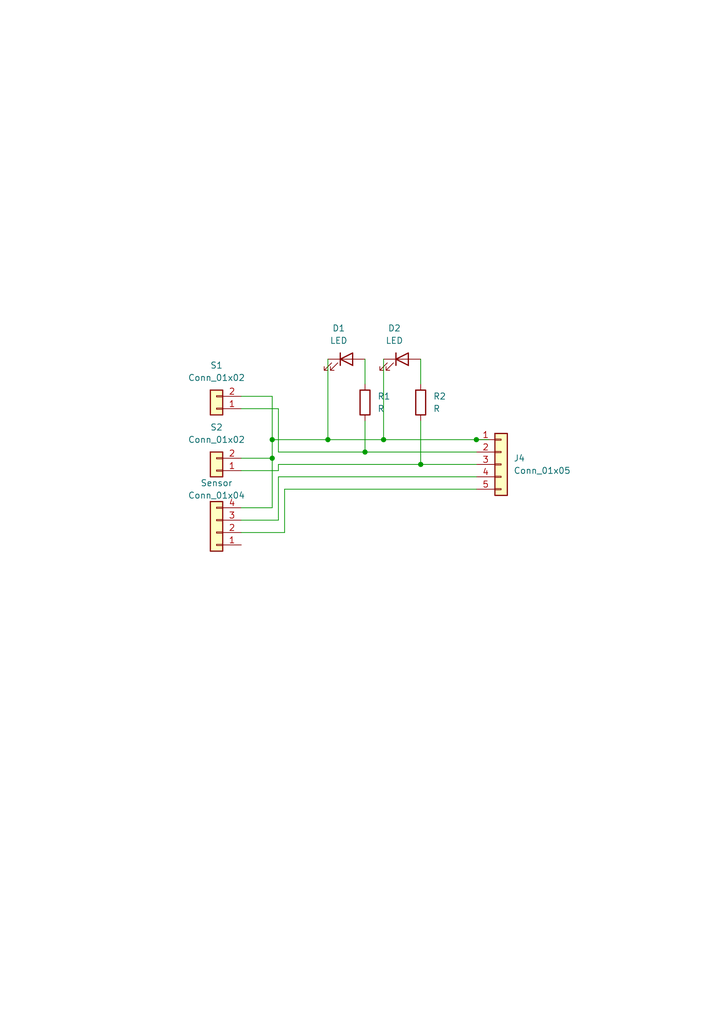
<source format=kicad_sch>
(kicad_sch (version 20211123) (generator eeschema)
  (paper "A5" portrait)
  (title_block (title "Air Module") (date "2023-01-17") (rev "0.1") (company "DIKU Design"))
  (lib_symbols
    (symbol "Connector_Generic:Conn_01x02" (pin_names (offset 1.016) hide)
      (property "Reference" "J" (at 0 2.54 0))
      (property "Value" "Conn_01x02" (at 0 -5.08 0))
      (symbol "Conn_01x02_1_1"
        (rectangle (start -1.27 -2.413) (end 0 -2.667) (stroke (width 0.1524)))
        (rectangle (start -1.27 0.127) (end 0 -0.127) (stroke (width 0.1524)))
        (rectangle (start -1.27 1.27) (end 1.27 -3.81) (stroke (width 0.254)) (fill (type background)))
        (pin passive line (at -5.08 0 0) (length 3.81) (name "Pin_1") (number "1"))
        (pin passive line (at -5.08 -2.54 0) (length 3.81) (name "Pin_2") (number "2"))
      )
    )
    (symbol "Connector_Generic:Conn_01x04" (pin_names (offset 1.016) hide)
      (property "Reference" "J" (at 0 5.08 0))
      (property "Value" "Conn_01x04" (at 0 -7.62 0))
      (symbol "Conn_01x04_1_1"
        (rectangle (start -1.27 -4.953) (end 0 -5.207) (stroke (width 0.1524)))
        (rectangle (start -1.27 -2.413) (end 0 -2.667) (stroke (width 0.1524)))
        (rectangle (start -1.27 0.127) (end 0 -0.127) (stroke (width 0.1524)))
        (rectangle (start -1.27 2.667) (end 0 2.413) (stroke (width 0.1524)))
        (rectangle (start -1.27 3.81) (end 1.27 -6.35) (stroke (width 0.254)) (fill (type background)))
        (pin passive line (at -5.08 2.54 0) (length 3.81) (name "Pin_1") (number "1"))
        (pin passive line (at -5.08 0 0) (length 3.81) (name "Pin_2") (number "2"))
        (pin passive line (at -5.08 -2.54 0) (length 3.81) (name "Pin_3") (number "3"))
        (pin passive line (at -5.08 -5.08 0) (length 3.81) (name "Pin_4") (number "4"))
      )
    )
    (symbol "Connector_Generic:Conn_01x05" (pin_names (offset 1.016) hide)
      (property "Reference" "J" (at 0 7.62 0))
      (property "Value" "Conn_01x05" (at 0 -7.62 0))
      (symbol "Conn_01x05_1_1"
        (rectangle (start -1.27 -4.953) (end 0 -5.207) (stroke (width 0.1524)))
        (rectangle (start -1.27 -2.413) (end 0 -2.667) (stroke (width 0.1524)))
        (rectangle (start -1.27 0.127) (end 0 -0.127) (stroke (width 0.1524)))
        (rectangle (start -1.27 2.667) (end 0 2.413) (stroke (width 0.1524)))
        (rectangle (start -1.27 5.207) (end 0 4.953) (stroke (width 0.1524)))
        (rectangle (start -1.27 6.35) (end 1.27 -6.35) (stroke (width 0.254)) (fill (type background)))
        (pin passive line (at -5.08 5.08 0) (length 3.81) (name "Pin_1") (number "1"))
        (pin passive line (at -5.08 2.54 0) (length 3.81) (name "Pin_2") (number "2"))
        (pin passive line (at -5.08 0 0) (length 3.81) (name "Pin_3") (number "3"))
        (pin passive line (at -5.08 -2.54 0) (length 3.81) (name "Pin_4") (number "4"))
        (pin passive line (at -5.08 -5.08 0) (length 3.81) (name "Pin_5") (number "5"))
      )
    )
    (symbol "Device:LED" (pin_numbers hide) (pin_names (offset 1.016) hide)
      (property "Reference" "D" (at 0 2.54 0))
      (property "Value" "LED" (at 0 -2.54 0))
      (symbol "LED_0_1"
        (polyline (pts (xy -1.27 -1.27) (xy -1.27 1.27)) (stroke (width 0.254)))
        (polyline (pts (xy -1.27 0) (xy 1.27 0)))
        (polyline (pts (xy 1.27 -1.27) (xy 1.27 1.27) (xy -1.27 0) (xy 1.27 -1.27)) (stroke (width 0.254)))
        (polyline (pts (xy -3.048 -0.762) (xy -4.572 -2.286) (xy -3.81 -2.286) (xy -4.572 -2.286) (xy -4.572 -1.524)))
        (polyline (pts (xy -1.778 -0.762) (xy -3.302 -2.286) (xy -2.54 -2.286) (xy -3.302 -2.286) (xy -3.302 -1.524)))
      )
      (symbol "LED_1_1"
        (pin passive line (at -3.81 0 0) (length 2.54) (name "K") (number "1"))
        (pin passive line (at 3.81 0 180) (length 2.54) (name "A") (number "2"))
      )
    )
    (symbol "Device:R" (pin_numbers hide) (pin_names (offset 0))
      (property "Reference" "R" (at 2.032 0 90))
      (property "Value" "R" (at 0 0 90))
      (symbol "R_0_1"
        (rectangle (start -1.016 -2.54) (end 1.016 2.54) (stroke (width 0.254)))
      )
      (symbol "R_1_1"
        (pin passive line (at 0 3.81 270) (length 1.27) (name "~") (number "1"))
        (pin passive line (at 0 -3.81 90) (length 1.27) (name "~") (number "2"))
      )
    )
  )
  (junction (at 67.31 90.17))
  (junction (at 74.93 92.71))
  (junction (at 78.74 90.17))
  (junction (at 55.88 90.17))
  (junction (at 97.79 90.17))
  (junction (at 86.36 95.25))
  (junction (at 55.88 93.98))
  (wire (pts (xy 57.15 92.71) (xy 74.93 92.71)))
  (wire (pts (xy 57.15 95.25) (xy 57.15 96.52)))
  (wire (pts (xy 86.36 95.25) (xy 97.79 95.25)))
  (wire (pts (xy 78.74 90.17) (xy 97.79 90.17)))
  (wire (pts (xy 55.88 81.28) (xy 49.53 81.28)))
  (wire (pts (xy 97.79 90.17) (xy 100.33 90.17)))
  (wire (pts (xy 55.88 90.17) (xy 55.88 93.98)))
  (wire (pts (xy 74.93 73.66) (xy 74.93 78.74)))
  (wire (pts (xy 55.88 93.98) (xy 55.88 104.14)))
  (wire (pts (xy 55.88 90.17) (xy 67.31 90.17)))
  (wire (pts (xy 49.53 104.14) (xy 55.88 104.14)))
  (wire (pts (xy 74.93 86.36) (xy 74.93 92.71)))
  (wire (pts (xy 86.36 73.66) (xy 86.36 78.74)))
  (wire (pts (xy 78.74 73.66) (xy 78.74 90.17)))
  (wire (pts (xy 58.42 109.22) (xy 58.42 100.33)))
  (wire (pts (xy 67.31 73.66) (xy 67.31 90.17)))
  (wire (pts (xy 55.88 93.98) (xy 49.53 93.98)))
  (wire (pts (xy 57.15 106.68) (xy 49.53 106.68)))
  (wire (pts (xy 49.53 109.22) (xy 58.42 109.22)))
  (wire (pts (xy 57.15 83.82) (xy 49.53 83.82)))
  (wire (pts (xy 67.31 90.17) (xy 78.74 90.17)))
  (wire (pts (xy 57.15 95.25) (xy 86.36 95.25)))
  (wire (pts (xy 55.88 90.17) (xy 55.88 81.28)))
  (wire (pts (xy 74.93 92.71) (xy 97.79 92.71)))
  (wire (pts (xy 57.15 97.79) (xy 57.15 106.68)))
  (wire (pts (xy 58.42 100.33) (xy 97.79 100.33)))
  (wire (pts (xy 97.79 97.79) (xy 57.15 97.79)))
  (wire (pts (xy 57.15 96.52) (xy 49.53 96.52)))
  (wire (pts (xy 86.36 86.36) (xy 86.36 95.25)))
  (wire (pts (xy 57.15 92.71) (xy 57.15 83.82)))
  (symbol (lib_id "Connector_Generic:Conn_01x05") (at 102.87 95.25 0) (unit 1)
    (property "Reference" "J4" (at 105.41 93.9799 0) (effects (justify left)))
    (property "Value" "Conn_01x05" (at 105.41 96.5199 0) (effects (justify left)))
    (property "Footprint" "Connector_PinHeader_2.54mm:PinHeader_1x05_P2.54mm_Vertical" (effects hide))
  )
  (symbol (lib_id "Device:R") (at 74.93 82.55 0) (unit 1)
    (property "Reference" "R1" (at 77.47 81.2799 0) (effects (justify left)))
    (property "Value" "R" (at 77.47 83.8199 0) (effects (justify left)))
    (property "Footprint" "Resistor_THT:R_Axial_DIN0204_L3.6mm_D1.6mm_P7.62mm_Horizontal" (effects hide))
  )
  (symbol (lib_id "Device:R") (at 86.36 82.55 0) (unit 1)
    (property "Reference" "R2" (at 88.9 81.2799 0) (effects (justify left)))
    (property "Value" "R" (at 88.9 83.8199 0) (effects (justify left)))
    (property "Footprint" "Resistor_THT:R_Axial_DIN0204_L3.6mm_D1.6mm_P7.62mm_Horizontal" (effects hide))
  )
  (symbol (lib_id "Connector_Generic:Conn_01x02") (at 44.45 83.82 180) (unit 1)
    (property "Reference" "S1" (at 44.45 74.93 0))
    (property "Value" "Conn_01x02" (at 44.45 77.47 0))
    (property "Footprint" "Connector_PinHeader_2.54mm:PinHeader_1x02_P2.54mm_Vertical" (effects hide))
  )
  (symbol (lib_id "Device:LED") (at 82.55 73.66 0) (unit 1)
    (property "Reference" "D2" (at 80.9625 67.31 0))
    (property "Value" "LED" (at 80.9625 69.85 0))
    (property "Footprint" "LED_THT:LED_D5.0mm" (effects hide))
  )
  (symbol (lib_id "Connector_Generic:Conn_01x02") (at 44.45 96.52 180) (unit 1)
    (property "Reference" "S2" (at 44.45 87.63 0))
    (property "Value" "Conn_01x02" (at 44.45 90.17 0))
    (property "Footprint" "Connector_PinHeader_2.54mm:PinHeader_1x02_P2.54mm_Vertical" (effects hide))
  )
  (symbol (lib_id "Connector_Generic:Conn_01x04") (at 44.45 109.22 180) (unit 1)
    (property "Reference" "Sensor" (at 44.45 99.06 0))
    (property "Value" "Conn_01x04" (at 44.45 101.6 0))
    (property "Footprint" "Connector_PinHeader_2.54mm:PinHeader_1x04_P2.54mm_Vertical" (effects hide))
  )
  (symbol (lib_id "Device:LED") (at 71.12 73.66 0) (unit 1)
    (property "Reference" "D1" (at 69.5325 67.31 0))
    (property "Value" "LED" (at 69.5325 69.85 0))
    (property "Footprint" "LED_THT:LED_D5.0mm" (effects hide))
  )
)
</source>
